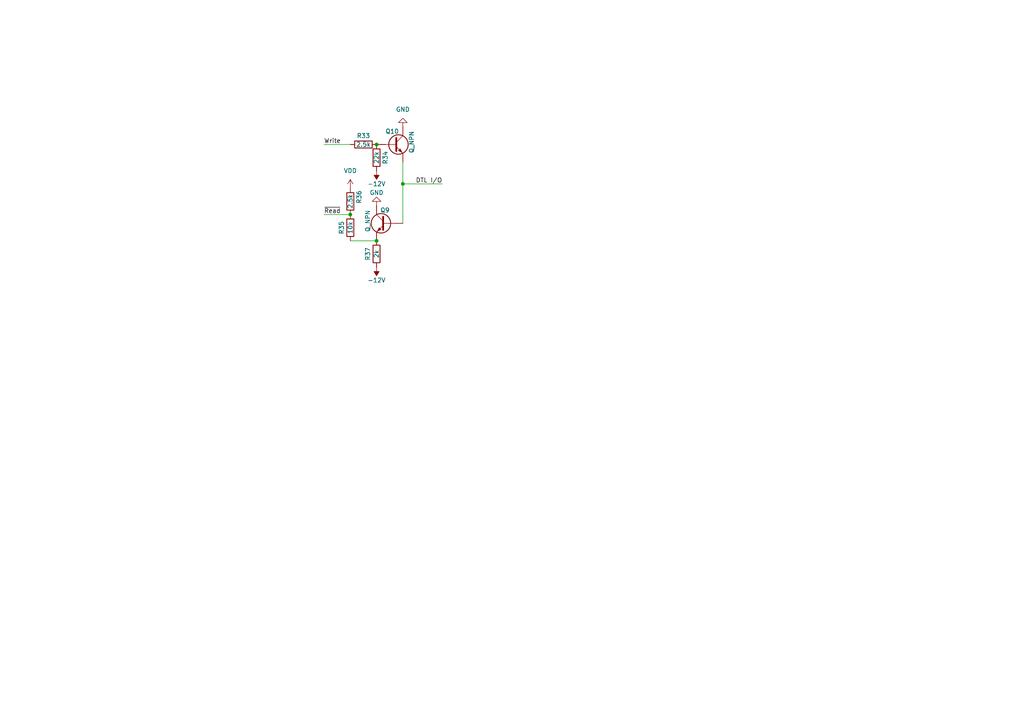
<source format=kicad_sch>
(kicad_sch (version 20250114) (generator "eeschema") (generator_version "9.0")
  (paper "A4")
  (lib_symbols
    (symbol "Device:Q_NPN" (pin_numbers (hide yes)) (pin_names (offset 0) (hide yes))
      (property "Reference" "Q" (at 5.08 1.27 0))
      (property "Value" "Q_NPN" (at 5.08 -1.27 0))
      (symbol "Q_NPN_0_1"
        (polyline (pts (xy -2.54 0) (xy 0.635 0)))
        (polyline (pts (xy 0.635 1.905) (xy 0.635 -1.905)) (stroke (width 0.508)))
        (polyline (pts (xy 0.635 0.635) (xy 2.54 2.54)))
        (polyline (pts (xy 0.635 -0.635) (xy 2.54 -2.54)))
        (circle (center 1.27 0) (radius 2.8194) (stroke (width 0.254)))
        (polyline (pts (xy 1.27 -1.778) (xy 1.778 -1.27) (xy 2.286 -2.286) (xy 1.27 -1.778)) (fill (type outline)))
      )
      (symbol "Q_NPN_1_1"
        (pin input line (at -5.08 0 0) (length 2.54) (name "B") (number "B"))
        (pin passive line (at 2.54 5.08 270) (length 2.54) (name "C") (number "C"))
        (pin passive line (at 2.54 -5.08 90) (length 2.54) (name "E") (number "E"))
      )
    )
    (symbol "Device:R" (pin_numbers (hide yes)) (pin_names (offset 0))
      (property "Reference" "R" (at 2.032 0 90))
      (property "Value" "R" (at 0 0 90))
      (symbol "R_0_1"
        (rectangle (start -1.016 -2.54) (end 1.016 2.54) (stroke (width 0.254)))
      )
      (symbol "R_1_1"
        (pin passive line (at 0 3.81 270) (length 1.27) (name "~") (number "1"))
        (pin passive line (at 0 -3.81 90) (length 1.27) (name "~") (number "2"))
      )
    )
    (symbol "power:-12V" (power) (pin_numbers (hide yes)) (pin_names (offset 0) (hide yes))
      (property "Value" "-12V" (at 0 3.556 0))
      (symbol "-12V_0_0"
        (pin power_in line (at 0 0 90) (length 0) (name "~") (number "1"))
      )
      (symbol "-12V_0_1"
        (polyline (pts (xy 0 0) (xy 0 1.27) (xy 0.762 1.27) (xy 0 2.54) (xy -0.762 1.27) (xy 0 1.27)) (fill (type outline)))
      )
    )
    (symbol "power:GND" (power) (pin_numbers (hide yes)) (pin_names (offset 0) (hide yes))
      (property "Value" "GND" (at 0 -3.81 0))
      (symbol "GND_0_1"
        (polyline (pts (xy 0 0) (xy 0 -1.27) (xy 1.27 -1.27) (xy 0 -2.54) (xy -1.27 -1.27) (xy 0 -1.27)))
      )
      (symbol "GND_1_1"
        (pin power_in line (at 0 0 270) (length 0) (name "~") (number "1"))
      )
    )
    (symbol "power:VDD" (power) (pin_numbers (hide yes)) (pin_names (offset 0) (hide yes))
      (property "Value" "VDD" (at 0 3.556 0))
      (symbol "VDD_0_1"
        (polyline (pts (xy -0.762 1.27) (xy 0 2.54)))
        (polyline (pts (xy 0 2.54) (xy 0.762 1.27)))
        (polyline (pts (xy 0 0) (xy 0 2.54)))
      )
      (symbol "VDD_1_1"
        (pin power_in line (at 0 0 90) (length 0) (name "~") (number "1"))
      )
    )
  )
  (junction (at 101.6 62.23))
  (junction (at 109.22 41.91))
  (junction (at 116.84 53.34))
  (junction (at 109.22 69.85))
  (wire (pts (xy 101.6 69.85) (xy 109.22 69.85)))
  (wire (pts (xy 116.84 46.99) (xy 116.84 53.34)))
  (wire (pts (xy 116.84 53.34) (xy 128.27 53.34)))
  (wire (pts (xy 116.84 53.34) (xy 116.84 64.77)))
  (wire (pts (xy 93.98 62.23) (xy 101.6 62.23)))
  (wire (pts (xy 93.98 41.91) (xy 101.6 41.91)))
  (label "DTL I{slash}O" (at 128.27 53.34 180))
  (label "Write" (at 93.98 41.91 0))
  (label "~{Read}" (at 93.98 62.23 0))
  (symbol (lib_id "power:-12V") (at 109.22 77.47 180) (unit 1)
    (property "Reference" "#PWR036" (effects (hide yes)))
    (property "Value" "-12V" (at 109.22 81.28 0))
    (property "Description" "Power symbol creates a global label with name \"-12V\"" (effects (hide yes)))
  )
  (symbol (lib_id "power:GND") (at 109.22 59.69 180) (unit 1)
    (property "Reference" "#PWR038" (effects (hide yes)))
    (property "Value" "GND" (at 109.22 55.88 0))
    (property "Description" "Power symbol creates a global label with name \"GND\" , ground" (effects (hide yes)))
  )
  (symbol (lib_id "power:GND") (at 116.84 36.83 180) (unit 1)
    (property "Reference" "#PWR012" (effects (hide yes)))
    (property "Value" "GND" (at 116.84 31.75 0))
    (property "Description" "Power symbol creates a global label with name \"GND\" , ground" (effects (hide yes)))
  )
  (symbol (lib_id "Device:Q_NPN") (at 111.76 64.77 0) (mirror y) (unit 1)
    (property "Reference" "Q9" (at 113.03 60.96 0) (effects (justify left)))
    (property "Value" "Q_NPN" (at 106.68 67.31 90) (effects (justify left)))
    (property "Description" "NPN bipolar junction transistor" (effects (hide yes)))
  )
  (symbol (lib_id "power:-12V") (at 109.22 49.53 180) (unit 1)
    (property "Reference" "#PWR039" (effects (hide yes)))
    (property "Value" "-12V" (at 109.22 53.34 0))
    (property "Description" "Power symbol creates a global label with name \"-12V\"" (effects (hide yes)))
  )
  (symbol (lib_id "power:VDD") (at 101.6 54.61 0) (unit 1)
    (property "Reference" "#PWR037" (effects (hide yes)))
    (property "Value" "VDD" (at 101.6 49.53 0))
    (property "Description" "Power symbol creates a global label with name \"VDD\"" (effects (hide yes)))
  )
  (symbol (lib_id "Device:R") (at 101.6 58.42 0) (unit 1)
    (property "Reference" "R36" (at 104.14 57.15 90))
    (property "Value" "2.5k" (at 101.6 58.42 90))
    (property "Description" "Resistor" (effects (hide yes)))
  )
  (symbol (lib_id "Device:R") (at 109.22 73.66 0) (mirror y) (unit 1)
    (property "Reference" "R37" (at 106.68 73.66 90))
    (property "Value" "2k" (at 109.22 73.66 90))
    (property "Description" "Resistor" (effects (hide yes)))
  )
  (symbol (lib_id "Device:Q_NPN") (at 114.3 41.91 0) (unit 1)
    (property "Reference" "Q10" (at 111.76 38.1 0) (effects (justify left)))
    (property "Value" "Q_NPN" (at 119.38 44.45 90) (effects (justify left)))
    (property "Description" "NPN bipolar junction transistor" (effects (hide yes)))
  )
  (symbol (lib_id "Device:R") (at 105.41 41.91 90) (unit 1)
    (property "Reference" "R33" (at 105.41 39.37 90))
    (property "Value" "2.5k" (at 105.41 41.91 90))
    (property "Description" "Resistor" (effects (hide yes)))
  )
  (symbol (lib_id "Device:R") (at 101.6 66.04 0) (unit 1)
    (property "Reference" "R35" (at 99.06 66.04 90))
    (property "Value" "10k" (at 101.6 66.04 90))
    (property "Description" "Resistor" (effects (hide yes)))
  )
  (symbol (lib_id "Device:R") (at 109.22 45.72 0) (unit 1)
    (property "Reference" "R34" (at 111.76 45.72 90))
    (property "Value" "22k" (at 109.22 45.72 90))
    (property "Description" "Resistor" (effects (hide yes)))
  )
)
</source>
